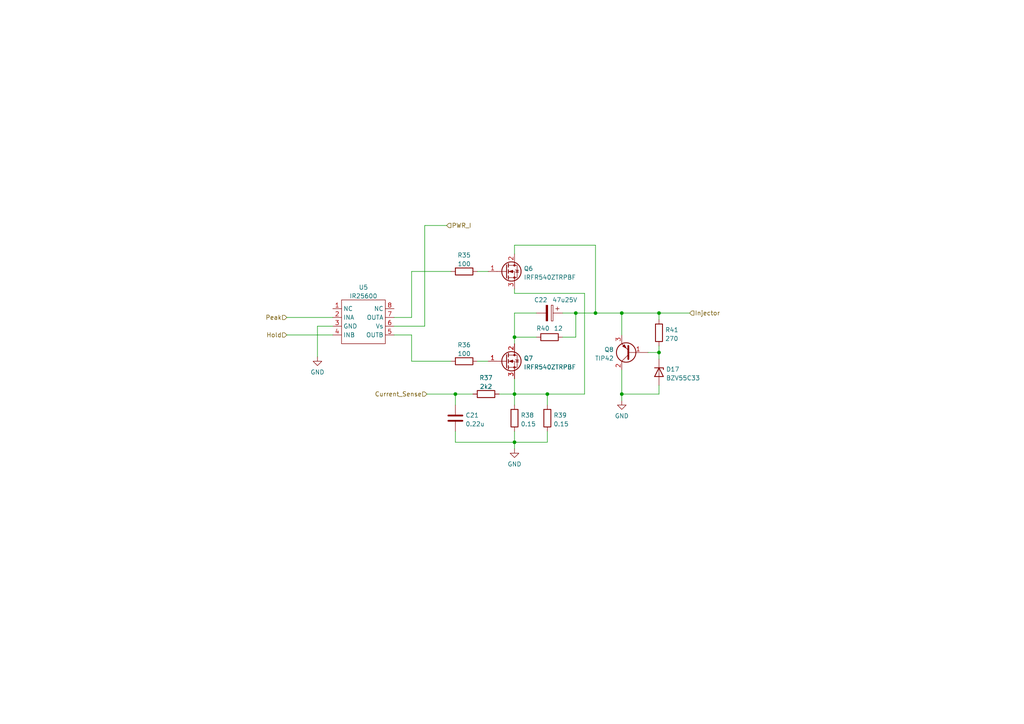
<source format=kicad_sch>
(kicad_sch (version 20211123) (generator eeschema)
  (paper "A4")
  (title_block (title "Контроллер моновпрыска VAG для SECU-3") (date "2023-09-25") (rev "0") (company "Совжесть"))
  (lib_symbols
    (symbol "Device:C" (pin_numbers hide) (pin_names (offset 0.254))
      (property "Reference" "C" (at 0.635 2.54 0))
      (property "Value" "C" (at 0.635 -2.54 0))
      (symbol "C_0_1"
        (polyline (pts (xy -2.032 -0.762) (xy 2.032 -0.762)) (stroke (width 0.508)))
        (polyline (pts (xy -2.032 0.762) (xy 2.032 0.762)) (stroke (width 0.508)))
      )
      (symbol "C_1_1"
        (pin passive line (at 0 3.81 270) (length 2.794) (name "~") (number "1"))
        (pin passive line (at 0 -3.81 90) (length 2.794) (name "~") (number "2"))
      )
    )
    (symbol "Device:C_Polarized" (pin_numbers hide) (pin_names (offset 0.254))
      (property "Reference" "C" (at 0.635 2.54 0))
      (property "Value" "C_Polarized" (at 0.635 -2.54 0))
      (symbol "C_Polarized_0_1"
        (rectangle (start -2.286 0.508) (end 2.286 1.016))
        (polyline (pts (xy -1.778 2.286) (xy -0.762 2.286)))
        (polyline (pts (xy -1.27 2.794) (xy -1.27 1.778)))
        (rectangle (start 2.286 -0.508) (end -2.286 -1.016) (fill (type outline)))
      )
      (symbol "C_Polarized_1_1"
        (pin passive line (at 0 3.81 270) (length 2.794) (name "~") (number "1"))
        (pin passive line (at 0 -3.81 90) (length 2.794) (name "~") (number "2"))
      )
    )
    (symbol "Device:D_Zener" (pin_numbers hide) (pin_names (offset 1.016) hide)
      (property "Reference" "D" (at 0 2.54 0))
      (property "Value" "D_Zener" (at 0 -2.54 0))
      (symbol "D_Zener_0_1"
        (polyline (pts (xy 1.27 0) (xy -1.27 0)))
        (polyline (pts (xy -1.27 -1.27) (xy -1.27 1.27) (xy -0.762 1.27)) (stroke (width 0.254)))
        (polyline (pts (xy 1.27 -1.27) (xy 1.27 1.27) (xy -1.27 0) (xy 1.27 -1.27)) (stroke (width 0.254)))
      )
      (symbol "D_Zener_1_1"
        (pin passive line (at -3.81 0 0) (length 2.54) (name "K") (number "1"))
        (pin passive line (at 3.81 0 180) (length 2.54) (name "A") (number "2"))
      )
    )
    (symbol "Device:Q_NMOS_GDS" (pin_names (offset 0) hide)
      (property "Reference" "Q" (at 5.08 1.27 0))
      (property "Value" "Q_NMOS_GDS" (at 5.08 -1.27 0))
      (symbol "Q_NMOS_GDS_0_1"
        (polyline (pts (xy 0.254 0) (xy -2.54 0)))
        (polyline (pts (xy 0.254 1.905) (xy 0.254 -1.905)) (stroke (width 0.254)))
        (polyline (pts (xy 0.762 -1.27) (xy 0.762 -2.286)) (stroke (width 0.254)))
        (polyline (pts (xy 0.762 0.508) (xy 0.762 -0.508)) (stroke (width 0.254)))
        (polyline (pts (xy 0.762 2.286) (xy 0.762 1.27)) (stroke (width 0.254)))
        (polyline (pts (xy 2.54 2.54) (xy 2.54 1.778)))
        (polyline (pts (xy 2.54 -2.54) (xy 2.54 0) (xy 0.762 0)))
        (polyline (pts (xy 0.762 -1.778) (xy 3.302 -1.778) (xy 3.302 1.778) (xy 0.762 1.778)))
        (polyline (pts (xy 1.016 0) (xy 2.032 0.381) (xy 2.032 -0.381) (xy 1.016 0)) (fill (type outline)))
        (polyline (pts (xy 2.794 0.508) (xy 2.921 0.381) (xy 3.683 0.381) (xy 3.81 0.254)))
        (polyline (pts (xy 3.302 0.381) (xy 2.921 -0.254) (xy 3.683 -0.254) (xy 3.302 0.381)))
        (circle (center 1.651 0) (radius 2.794) (stroke (width 0.254)))
        (circle (center 2.54 -1.778) (radius 0.254) (fill (type outline)))
        (circle (center 2.54 1.778) (radius 0.254) (fill (type outline)))
      )
      (symbol "Q_NMOS_GDS_1_1"
        (pin input line (at -5.08 0 0) (length 2.54) (name "G") (number "1"))
        (pin passive line (at 2.54 5.08 270) (length 2.54) (name "D") (number "2"))
        (pin passive line (at 2.54 -5.08 90) (length 2.54) (name "S") (number "3"))
      )
    )
    (symbol "Device:R" (pin_numbers hide) (pin_names (offset 0))
      (property "Reference" "R" (at 2.032 0 90))
      (property "Value" "R" (at 0 0 90))
      (symbol "R_0_1"
        (rectangle (start -1.016 -2.54) (end 1.016 2.54) (stroke (width 0.254)))
      )
      (symbol "R_1_1"
        (pin passive line (at 0 3.81 270) (length 1.27) (name "~") (number "1"))
        (pin passive line (at 0 -3.81 90) (length 1.27) (name "~") (number "2"))
      )
    )
    (symbol "Library:IR25600"
      (property "Reference" "U" (at -5.08 7.62 0))
      (property "Value" "IR25600" (at -1.27 -7.62 0))
      (symbol "IR25600_0_1"
        (rectangle (start -6.35 6.35) (end 6.35 -6.35) (stroke (width 0.1524)))
      )
      (symbol "IR25600_1_1"
        (pin free line (at -8.89 3.81 0) (length 2.54) (name "NC") (number "1"))
        (pin input line (at -8.89 1.27 0) (length 2.54) (name "INA") (number "2"))
        (pin power_in line (at -8.89 -1.27 0) (length 2.54) (name "GND") (number "3"))
        (pin input line (at -8.89 -3.81 0) (length 2.54) (name "INB") (number "4"))
        (pin output line (at 8.89 -3.81 180) (length 2.54) (name "OUTB") (number "5"))
        (pin power_in line (at 8.89 -1.27 180) (length 2.54) (name "Vs") (number "6"))
        (pin output line (at 8.89 1.27 180) (length 2.54) (name "OUTA") (number "7"))
        (pin free line (at 8.89 3.81 180) (length 2.54) (name "NC") (number "8"))
      )
    )
    (symbol "Transistor_BJT:TIP42" (pin_names (offset 0) hide)
      (property "Reference" "Q" (at 6.35 1.905 0))
      (property "Value" "TIP42" (at 6.35 0 0))
      (symbol "TIP42_0_1"
        (polyline (pts (xy 0.635 0.635) (xy 2.54 2.54)))
        (polyline (pts (xy 0.635 -0.635) (xy 2.54 -2.54) (xy 2.54 -2.54)))
        (polyline (pts (xy 0.635 1.905) (xy 0.635 -1.905) (xy 0.635 -1.905)) (stroke (width 0.508)))
        (polyline (pts (xy 2.286 -1.778) (xy 1.778 -2.286) (xy 1.27 -1.27) (xy 2.286 -1.778) (xy 2.286 -1.778)) (fill (type outline)))
        (circle (center 1.27 0) (radius 2.8194) (stroke (width 0.254)))
      )
      (symbol "TIP42_1_1"
        (pin input line (at -5.08 0 0) (length 5.715) (name "B") (number "1"))
        (pin passive line (at 2.54 5.08 270) (length 2.54) (name "C") (number "2"))
        (pin passive line (at 2.54 -5.08 90) (length 2.54) (name "E") (number "3"))
      )
    )
    (symbol "power:GND" (power) (pin_names (offset 0))
      (property "Value" "GND" (at 0 -3.81 0))
      (symbol "GND_0_1"
        (polyline (pts (xy 0 0) (xy 0 -1.27) (xy 1.27 -1.27) (xy 0 -2.54) (xy -1.27 -1.27) (xy 0 -1.27)))
      )
      (symbol "GND_1_1"
        (pin power_in line (at 0 0 270) (length 0) hide (name "GND") (number "1"))
      )
    )
  )
  (junction (at 149.225 114.3))
  (junction (at 149.225 97.79))
  (junction (at 167.005 90.805))
  (junction (at 191.135 90.805))
  (junction (at 172.72 90.805))
  (junction (at 158.75 114.3))
  (junction (at 180.34 114.3))
  (junction (at 180.34 90.805))
  (junction (at 149.225 128.27))
  (junction (at 132.08 114.3))
  (junction (at 191.135 102.235))
  (wire (pts (xy 191.135 90.805) (xy 200.025 90.805)))
  (wire (pts (xy 149.225 71.12) (xy 172.72 71.12)))
  (wire (pts (xy 149.225 114.3) (xy 149.225 117.475)))
  (wire (pts (xy 144.78 114.3) (xy 149.225 114.3)))
  (wire (pts (xy 180.34 90.805) (xy 191.135 90.805)))
  (wire (pts (xy 167.005 90.805) (xy 163.195 90.805)))
  (wire (pts (xy 114.3 97.155) (xy 119.38 97.155)))
  (wire (pts (xy 130.81 78.74) (xy 119.38 78.74)))
  (wire (pts (xy 187.96 102.235) (xy 191.135 102.235)))
  (wire (pts (xy 149.225 109.855) (xy 149.225 114.3)))
  (wire (pts (xy 191.135 90.805) (xy 191.135 92.71)))
  (wire (pts (xy 119.38 104.775) (xy 130.81 104.775)))
  (wire (pts (xy 119.38 78.74) (xy 119.38 92.075)))
  (wire (pts (xy 132.08 125.095) (xy 132.08 128.27)))
  (wire (pts (xy 149.225 97.79) (xy 149.225 99.695)))
  (wire (pts (xy 149.225 73.66) (xy 149.225 71.12)))
  (wire (pts (xy 119.38 92.075) (xy 114.3 92.075)))
  (wire (pts (xy 163.195 97.79) (xy 167.005 97.79)))
  (wire (pts (xy 191.135 102.235) (xy 191.135 104.14)))
  (wire (pts (xy 129.54 65.405) (xy 123.19 65.405)))
  (wire (pts (xy 138.43 78.74) (xy 141.605 78.74)))
  (wire (pts (xy 149.225 90.805) (xy 149.225 97.79)))
  (wire (pts (xy 167.005 97.79) (xy 167.005 90.805)))
  (wire (pts (xy 92.075 94.615) (xy 92.075 103.505)))
  (wire (pts (xy 123.19 94.615) (xy 114.3 94.615)))
  (wire (pts (xy 191.135 102.235) (xy 191.135 100.33)))
  (wire (pts (xy 172.72 90.805) (xy 180.34 90.805)))
  (wire (pts (xy 149.225 128.27) (xy 158.75 128.27)))
  (wire (pts (xy 149.225 114.3) (xy 158.75 114.3)))
  (wire (pts (xy 169.545 85.09) (xy 169.545 114.3)))
  (wire (pts (xy 149.225 85.09) (xy 169.545 85.09)))
  (wire (pts (xy 83.185 97.155) (xy 96.52 97.155)))
  (wire (pts (xy 138.43 104.775) (xy 141.605 104.775)))
  (wire (pts (xy 169.545 114.3) (xy 158.75 114.3)))
  (wire (pts (xy 149.225 128.27) (xy 149.225 130.175)))
  (wire (pts (xy 119.38 97.155) (xy 119.38 104.775)))
  (wire (pts (xy 149.225 97.79) (xy 155.575 97.79)))
  (wire (pts (xy 149.225 83.82) (xy 149.225 85.09)))
  (wire (pts (xy 155.575 90.805) (xy 149.225 90.805)))
  (wire (pts (xy 180.34 114.3) (xy 180.34 116.205)))
  (wire (pts (xy 180.34 90.805) (xy 180.34 97.155)))
  (wire (pts (xy 149.225 125.095) (xy 149.225 128.27)))
  (wire (pts (xy 172.72 71.12) (xy 172.72 90.805)))
  (wire (pts (xy 123.825 114.3) (xy 132.08 114.3)))
  (wire (pts (xy 132.08 128.27) (xy 149.225 128.27)))
  (wire (pts (xy 191.135 114.3) (xy 191.135 111.76)))
  (wire (pts (xy 158.75 114.3) (xy 158.75 117.475)))
  (wire (pts (xy 180.34 107.315) (xy 180.34 114.3)))
  (wire (pts (xy 96.52 94.615) (xy 92.075 94.615)))
  (wire (pts (xy 158.75 128.27) (xy 158.75 125.095)))
  (wire (pts (xy 132.08 114.3) (xy 132.08 117.475)))
  (wire (pts (xy 132.08 114.3) (xy 137.16 114.3)))
  (wire (pts (xy 167.005 90.805) (xy 172.72 90.805)))
  (wire (pts (xy 83.185 92.075) (xy 96.52 92.075)))
  (wire (pts (xy 123.19 65.405) (xy 123.19 94.615)))
  (wire (pts (xy 180.34 114.3) (xy 191.135 114.3)))
  (hierarchical_label "PWR_I" (shape input) (at 129.54 65.405 0))
  (hierarchical_label "Current_Sense" (shape input) (at 123.825 114.3 180))
  (hierarchical_label "Hold" (shape input) (at 83.185 97.155 180))
  (hierarchical_label "Injector" (shape input) (at 200.025 90.805 0))
  (hierarchical_label "Peak" (shape input) (at 83.185 92.075 180))
  (symbol (lib_id "Device:Q_NMOS_GDS") (at 146.685 78.74 0) (unit 1)
    (property "Reference" "Q6" (at 151.892 77.9053 0) (effects (justify left)))
    (property "Value" "IRFR540ZTRPBF" (at 151.892 80.4422 0) (effects (justify left)))
    (property "Footprint" "Package_TO_SOT_SMD:TO-252-3_TabPin2" (effects hide))
  )
  (symbol (lib_id "power:GND") (at 92.075 103.505 0) (unit 1)
    (property "Reference" "#PWR020" (effects hide))
    (property "Value" "GND" (at 92.075 107.9484 0))
  )
  (symbol (lib_id "Device:C_Polarized") (at 159.385 90.805 270) (unit 1)
    (property "Reference" "C22" (at 156.845 86.995 90))
    (property "Value" "47u25V" (at 163.83 86.995 90))
    (property "Footprint" "Capacitor_SMD:CP_Elec_6.3x5.4" (effects hide))
  )
  (symbol (lib_id "Device:R") (at 158.75 121.285 0) (unit 1)
    (property "Reference" "R39" (at 160.528 120.4503 0) (effects (justify left)))
    (property "Value" "0.15" (at 160.528 122.9872 0) (effects (justify left)))
    (property "Footprint" "Resistor_SMD:R_1206_3216Metric" (effects hide))
  )
  (symbol (lib_id "Device:C") (at 132.08 121.285 0) (unit 1)
    (property "Reference" "C21" (at 135.001 120.4503 0) (effects (justify left)))
    (property "Value" "0.22u" (at 135.001 122.9872 0) (effects (justify left)))
    (property "Footprint" "Capacitor_SMD:C_1206_3216Metric" (effects hide))
  )
  (symbol (lib_id "Device:R") (at 134.62 78.74 270) (unit 1)
    (property "Reference" "R35" (at 134.62 74.0242 90))
    (property "Value" "100" (at 134.62 76.5611 90))
    (property "Footprint" "Resistor_SMD:R_1206_3216Metric" (effects hide))
  )
  (symbol (lib_id "power:GND") (at 180.34 116.205 0) (unit 1)
    (property "Reference" "#PWR022" (effects hide))
    (property "Value" "GND" (at 180.34 120.6484 0))
  )
  (symbol (lib_id "Device:R") (at 134.62 104.775 270) (unit 1)
    (property "Reference" "R36" (at 134.62 100.0592 90))
    (property "Value" "100" (at 134.62 102.5961 90))
    (property "Footprint" "Resistor_SMD:R_1206_3216Metric" (effects hide))
  )
  (symbol (lib_id "Device:R") (at 191.135 96.52 0) (unit 1)
    (property "Reference" "R41" (at 192.913 95.6853 0) (effects (justify left)))
    (property "Value" "270" (at 192.913 98.2222 0) (effects (justify left)))
    (property "Footprint" "Resistor_SMD:R_1206_3216Metric" (effects hide))
  )
  (symbol (lib_id "Device:R") (at 140.97 114.3 90) (unit 1)
    (property "Reference" "R37" (at 140.97 109.5842 90))
    (property "Value" "2k2" (at 140.97 112.1211 90))
    (property "Footprint" "Resistor_SMD:R_1206_3216Metric" (effects hide))
  )
  (symbol (lib_id "Device:R") (at 159.385 97.79 90) (unit 1)
    (property "Reference" "R40" (at 157.48 95.25 90))
    (property "Value" "12" (at 161.925 95.25 90))
    (property "Footprint" "Resistor_THT:R_Axial_Power_L25.0mm_W9.0mm_P30.48mm" (effects hide))
  )
  (symbol (lib_id "Device:D_Zener") (at 191.135 107.95 270) (unit 1)
    (property "Reference" "D17" (at 193.167 107.1153 90) (effects (justify left)))
    (property "Value" "BZV55C33" (at 193.167 109.6522 90) (effects (justify left)))
    (property "Footprint" "Diode_SMD:D_MiniMELF" (effects hide))
  )
  (symbol (lib_id "power:GND") (at 149.225 130.175 0) (unit 1)
    (property "Reference" "#PWR021" (effects hide))
    (property "Value" "GND" (at 149.225 134.6184 0))
  )
  (symbol (lib_id "Library:IR25600") (at 105.41 93.345 0) (unit 1)
    (property "Reference" "U5" (at 105.41 83.346 0))
    (property "Value" "IR25600" (at 105.41 85.8829 0))
    (property "Footprint" "Package_SO:SOIC-8_3.9x4.9mm_P1.27mm" (effects hide))
  )
  (symbol (lib_id "Device:Q_NMOS_GDS") (at 146.685 104.775 0) (unit 1)
    (property "Reference" "Q7" (at 151.892 103.9403 0) (effects (justify left)))
    (property "Value" "IRFR540ZTRPBF" (at 151.892 106.4772 0) (effects (justify left)))
    (property "Footprint" "Package_TO_SOT_SMD:TO-252-3_TabPin2" (effects hide))
  )
  (symbol (lib_id "Device:R") (at 149.225 121.285 0) (unit 1)
    (property "Reference" "R38" (at 151.003 120.4503 0) (effects (justify left)))
    (property "Value" "0.15" (at 151.003 122.9872 0) (effects (justify left)))
    (property "Footprint" "Resistor_SMD:R_1206_3216Metric" (effects hide))
  )
  (symbol (lib_id "Transistor_BJT:TIP42") (at 182.88 102.235 180) (unit 1)
    (property "Reference" "Q8" (at 178.0286 101.4003 0) (effects (justify left)))
    (property "Value" "TIP42" (at 178.0286 103.9372 0) (effects (justify left)))
    (property "Footprint" "Package_TO_SOT_THT:TO-220-3_Vertical" (effects hide))
    (property "Datasheet" "https://www.centralsemi.com/get_document.php?cmp=1&mergetype=pd&mergepath=pd&pdf_id=TIP42.PDF" (effects hide))
  )
)
</source>
